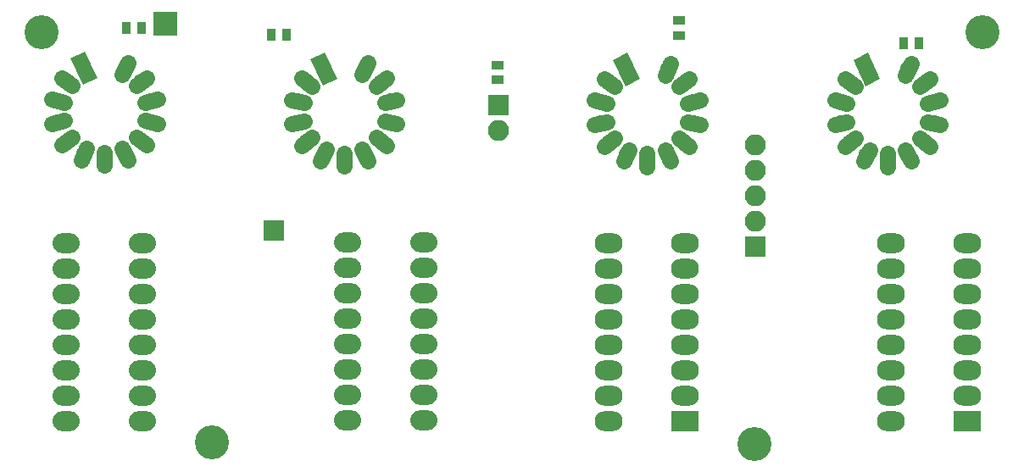
<source format=gts>
G04 #@! TF.GenerationSoftware,KiCad,Pcbnew,5.0.0*
G04 #@! TF.CreationDate,2018-08-01T12:35:26+02:00*
G04 #@! TF.ProjectId,nixie_2_digit_board,6E697869655F325F64696769745F626F,rev?*
G04 #@! TF.SameCoordinates,Original*
G04 #@! TF.FileFunction,Soldermask,Top*
G04 #@! TF.FilePolarity,Negative*
%FSLAX46Y46*%
G04 Gerber Fmt 4.6, Leading zero omitted, Abs format (unit mm)*
G04 Created by KiCad (PCBNEW 5.0.0) date Wed Aug  1 12:35:26 2018*
%MOMM*%
%LPD*%
G01*
G04 APERTURE LIST*
%ADD10C,3.400000*%
%ADD11O,2.700000X2.000000*%
%ADD12R,0.900000X1.300000*%
%ADD13C,1.600000*%
%ADD14C,0.100000*%
%ADD15C,1.600000*%
%ADD16R,2.100000X2.100000*%
%ADD17O,2.100000X2.100000*%
%ADD18R,2.400000X2.400000*%
%ADD19R,1.300000X0.900000*%
%ADD20R,2.800000X2.000000*%
%ADD21O,2.800000X2.000000*%
G04 APERTURE END LIST*
D10*
G04 #@! TO.C,REF\002A\002A*
X187200000Y-108100000D03*
G04 #@! TD*
G04 #@! TO.C,REF\002A\002A*
X210000000Y-67000000D03*
G04 #@! TD*
D11*
G04 #@! TO.C,U5*
X154200000Y-105780000D03*
X154200000Y-103240000D03*
X154200000Y-100700000D03*
X154200000Y-98160000D03*
X154200000Y-95620000D03*
X154200000Y-93080000D03*
X154200000Y-90540000D03*
X154200000Y-88000000D03*
X146580000Y-88000000D03*
X146580000Y-90540000D03*
X146580000Y-93080000D03*
X146580000Y-95620000D03*
X146580000Y-98160000D03*
X146580000Y-100700000D03*
X146580000Y-103240000D03*
X146580000Y-105780000D03*
G04 #@! TD*
D12*
G04 #@! TO.C,R2*
X139000000Y-67250000D03*
X140500000Y-67250000D03*
G04 #@! TD*
D13*
G04 #@! TO.C,U4*
X144182565Y-70646537D03*
D14*
G36*
X145532467Y-71605842D02*
X144090913Y-72300048D01*
X142832663Y-69687232D01*
X144274217Y-68993026D01*
X145532467Y-71605842D01*
X145532467Y-71605842D01*
G37*
D13*
X142524588Y-71968716D03*
D15*
X143032776Y-72373987D02*
X142016400Y-71563445D01*
D13*
X141604474Y-73879328D03*
D15*
X142238176Y-74023970D02*
X140970772Y-73734686D01*
D13*
X141604463Y-75999954D03*
D15*
X142238167Y-75855319D02*
X140970759Y-76144589D01*
D13*
X142524558Y-77910574D03*
D15*
X143032750Y-77505308D02*
X142016366Y-78315840D01*
D13*
X144182523Y-79232770D03*
D15*
X144464550Y-78647142D02*
X143900496Y-79818398D01*
D13*
X146249976Y-79704664D03*
D15*
X146249979Y-79054664D02*
X146249973Y-80354664D01*
D13*
X148317435Y-79232791D03*
D15*
X148035413Y-78647160D02*
X148599457Y-79818422D01*
D13*
X149975412Y-77910612D03*
D15*
X149467224Y-77505341D02*
X150483600Y-78315883D01*
D13*
X150895526Y-76000000D03*
D15*
X150261824Y-75855358D02*
X151529228Y-76144642D01*
D13*
X150895537Y-73879374D03*
D15*
X150261833Y-74024009D02*
X151529241Y-73734739D01*
D13*
X149975442Y-71968754D03*
D15*
X149467250Y-72374020D02*
X150483634Y-71563488D01*
D13*
X148317477Y-70646558D03*
D15*
X148035450Y-71232186D02*
X148599504Y-70060930D01*
G04 #@! TD*
D16*
G04 #@! TO.C,J2*
X161610000Y-74270000D03*
D17*
X161610000Y-76810000D03*
G04 #@! TD*
D10*
G04 #@! TO.C,REF\002A\002A*
X133000000Y-108000000D03*
G04 #@! TD*
D13*
G04 #@! TO.C,U1*
X120232565Y-70606873D03*
D14*
G36*
X121582467Y-71566178D02*
X120140913Y-72260384D01*
X118882663Y-69647568D01*
X120324217Y-68953362D01*
X121582467Y-71566178D01*
X121582467Y-71566178D01*
G37*
D13*
X118574588Y-71929052D03*
D15*
X119082776Y-72334323D02*
X118066400Y-71523781D01*
D13*
X117654474Y-73839664D03*
D15*
X118288176Y-73984306D02*
X117020772Y-73695022D01*
D13*
X117654463Y-75960290D03*
D15*
X118288167Y-75815655D02*
X117020759Y-76104925D01*
D13*
X118574558Y-77870910D03*
D15*
X119082750Y-77465644D02*
X118066366Y-78276176D01*
D13*
X120232523Y-79193106D03*
D15*
X120514550Y-78607478D02*
X119950496Y-79778734D01*
D13*
X122299976Y-79665000D03*
D15*
X122299979Y-79015000D02*
X122299973Y-80315000D01*
D13*
X124367435Y-79193127D03*
D15*
X124085413Y-78607496D02*
X124649457Y-79778758D01*
D13*
X126025412Y-77870948D03*
D15*
X125517224Y-77465677D02*
X126533600Y-78276219D01*
D13*
X126945526Y-75960336D03*
D15*
X126311824Y-75815694D02*
X127579228Y-76104978D01*
D13*
X126945537Y-73839710D03*
D15*
X126311833Y-73984345D02*
X127579241Y-73695075D01*
D13*
X126025442Y-71929090D03*
D15*
X125517250Y-72334356D02*
X126533634Y-71523824D01*
D13*
X124367477Y-70606894D03*
D15*
X124085450Y-71192522D02*
X124649504Y-70021266D01*
G04 #@! TD*
D12*
G04 #@! TO.C,R1*
X126000000Y-66550000D03*
X124500000Y-66550000D03*
G04 #@! TD*
D11*
G04 #@! TO.C,U2*
X126100000Y-105820000D03*
X126100000Y-103280000D03*
X126100000Y-100740000D03*
X126100000Y-98200000D03*
X126100000Y-95660000D03*
X126100000Y-93120000D03*
X126100000Y-90580000D03*
X126100000Y-88040000D03*
X118480000Y-88040000D03*
X118480000Y-90580000D03*
X118480000Y-93120000D03*
X118480000Y-95660000D03*
X118480000Y-98200000D03*
X118480000Y-100740000D03*
X118480000Y-103280000D03*
X118480000Y-105820000D03*
G04 #@! TD*
D18*
G04 #@! TO.C,P3*
X128400000Y-66100000D03*
G04 #@! TD*
D10*
G04 #@! TO.C,REF\002A\002A*
X116000000Y-67000000D03*
G04 #@! TD*
D19*
G04 #@! TO.C,R3*
X179720000Y-65820000D03*
X179720000Y-67320000D03*
G04 #@! TD*
D12*
G04 #@! TO.C,R4*
X202150000Y-68100000D03*
X203650000Y-68100000D03*
G04 #@! TD*
D13*
G04 #@! TO.C,U7*
X174432565Y-70706873D03*
D14*
G36*
X175782467Y-71666178D02*
X174340913Y-72360384D01*
X173082663Y-69747568D01*
X174524217Y-69053362D01*
X175782467Y-71666178D01*
X175782467Y-71666178D01*
G37*
D13*
X172774588Y-72029052D03*
D15*
X173282776Y-72434323D02*
X172266400Y-71623781D01*
D13*
X171854474Y-73939664D03*
D15*
X172488176Y-74084306D02*
X171220772Y-73795022D01*
D13*
X171854463Y-76060290D03*
D15*
X172488167Y-75915655D02*
X171220759Y-76204925D01*
D13*
X172774558Y-77970910D03*
D15*
X173282750Y-77565644D02*
X172266366Y-78376176D01*
D13*
X174432523Y-79293106D03*
D15*
X174714550Y-78707478D02*
X174150496Y-79878734D01*
D13*
X176499976Y-79765000D03*
D15*
X176499979Y-79115000D02*
X176499973Y-80415000D01*
D13*
X178567435Y-79293127D03*
D15*
X178285413Y-78707496D02*
X178849457Y-79878758D01*
D13*
X180225412Y-77970948D03*
D15*
X179717224Y-77565677D02*
X180733600Y-78376219D01*
D13*
X181145526Y-76060336D03*
D15*
X180511824Y-75915694D02*
X181779228Y-76204978D01*
D13*
X181145537Y-73939710D03*
D15*
X180511833Y-74084345D02*
X181779241Y-73795075D01*
D13*
X180225442Y-72029090D03*
D15*
X179717250Y-72434356D02*
X180733634Y-71623824D01*
D13*
X178567477Y-70706894D03*
D15*
X178285450Y-71292522D02*
X178849504Y-70121266D01*
G04 #@! TD*
D20*
G04 #@! TO.C,U8*
X180300000Y-105880000D03*
D21*
X172680000Y-88100000D03*
X180300000Y-103340000D03*
X172680000Y-90640000D03*
X180300000Y-100800000D03*
X172680000Y-93180000D03*
X180300000Y-98260000D03*
X172680000Y-95720000D03*
X180300000Y-95720000D03*
X172680000Y-98260000D03*
X180300000Y-93180000D03*
X172680000Y-100800000D03*
X180300000Y-90640000D03*
X172680000Y-103340000D03*
X180300000Y-88100000D03*
X172680000Y-105880000D03*
G04 #@! TD*
D13*
G04 #@! TO.C,U10*
X198432565Y-70706873D03*
D14*
G36*
X199782467Y-71666178D02*
X198340913Y-72360384D01*
X197082663Y-69747568D01*
X198524217Y-69053362D01*
X199782467Y-71666178D01*
X199782467Y-71666178D01*
G37*
D13*
X196774588Y-72029052D03*
D15*
X197282776Y-72434323D02*
X196266400Y-71623781D01*
D13*
X195854474Y-73939664D03*
D15*
X196488176Y-74084306D02*
X195220772Y-73795022D01*
D13*
X195854463Y-76060290D03*
D15*
X196488167Y-75915655D02*
X195220759Y-76204925D01*
D13*
X196774558Y-77970910D03*
D15*
X197282750Y-77565644D02*
X196266366Y-78376176D01*
D13*
X198432523Y-79293106D03*
D15*
X198714550Y-78707478D02*
X198150496Y-79878734D01*
D13*
X200499976Y-79765000D03*
D15*
X200499979Y-79115000D02*
X200499973Y-80415000D01*
D13*
X202567435Y-79293127D03*
D15*
X202285413Y-78707496D02*
X202849457Y-79878758D01*
D13*
X204225412Y-77970948D03*
D15*
X203717224Y-77565677D02*
X204733600Y-78376219D01*
D13*
X205145526Y-76060336D03*
D15*
X204511824Y-75915694D02*
X205779228Y-76204978D01*
D13*
X205145537Y-73939710D03*
D15*
X204511833Y-74084345D02*
X205779241Y-73795075D01*
D13*
X204225442Y-72029090D03*
D15*
X203717250Y-72434356D02*
X204733634Y-71623824D01*
D13*
X202567477Y-70706894D03*
D15*
X202285450Y-71292522D02*
X202849504Y-70121266D01*
G04 #@! TD*
D20*
G04 #@! TO.C,U11*
X208450000Y-105830000D03*
D21*
X200830000Y-88050000D03*
X208450000Y-103290000D03*
X200830000Y-90590000D03*
X208450000Y-100750000D03*
X200830000Y-93130000D03*
X208450000Y-98210000D03*
X200830000Y-95670000D03*
X208450000Y-95670000D03*
X200830000Y-98210000D03*
X208450000Y-93130000D03*
X200830000Y-100750000D03*
X208450000Y-90590000D03*
X200830000Y-103290000D03*
X208450000Y-88050000D03*
X200830000Y-105830000D03*
G04 #@! TD*
D16*
G04 #@! TO.C,P1*
X139240000Y-86770000D03*
G04 #@! TD*
G04 #@! TO.C,J1*
X187280000Y-88400000D03*
D17*
X187280000Y-85860000D03*
X187280000Y-83320000D03*
X187280000Y-80780000D03*
X187280000Y-78240000D03*
G04 #@! TD*
D19*
G04 #@! TO.C,R5*
X161600000Y-70250000D03*
X161600000Y-71750000D03*
G04 #@! TD*
M02*

</source>
